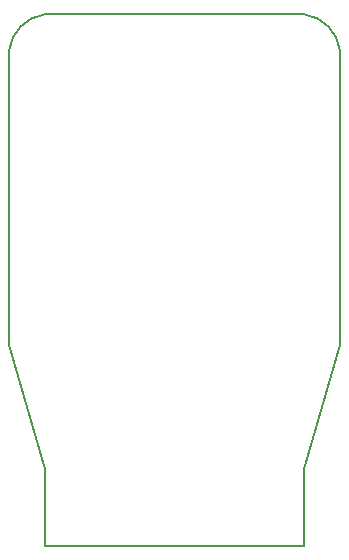
<source format=gbr>
G04 DipTrace 3.2.0.1*
G04 Ãðàíèöûïëàòû.gbr*
%MOMM*%
G04 #@! TF.FileFunction,Profile*
G04 #@! TF.Part,Single*
%ADD11C,0.14*%
%FSLAX35Y35*%
G04*
G71*
G90*
G75*
G01*
G04 BoardOutline*
%LPD*%
X-1100000Y1200000D2*
D11*
G03X-1400000Y900000I50000J-350000D01*
G01*
Y-800000D1*
Y-1600000D1*
X-1100000Y-2650000D1*
Y-3300000D1*
X1100000D1*
Y-2650000D1*
X1400000Y-1600000D1*
Y-800000D1*
Y900000D1*
G03X1100000Y1200000I-350000J-50000D01*
G01*
X-1100000D1*
M02*

</source>
